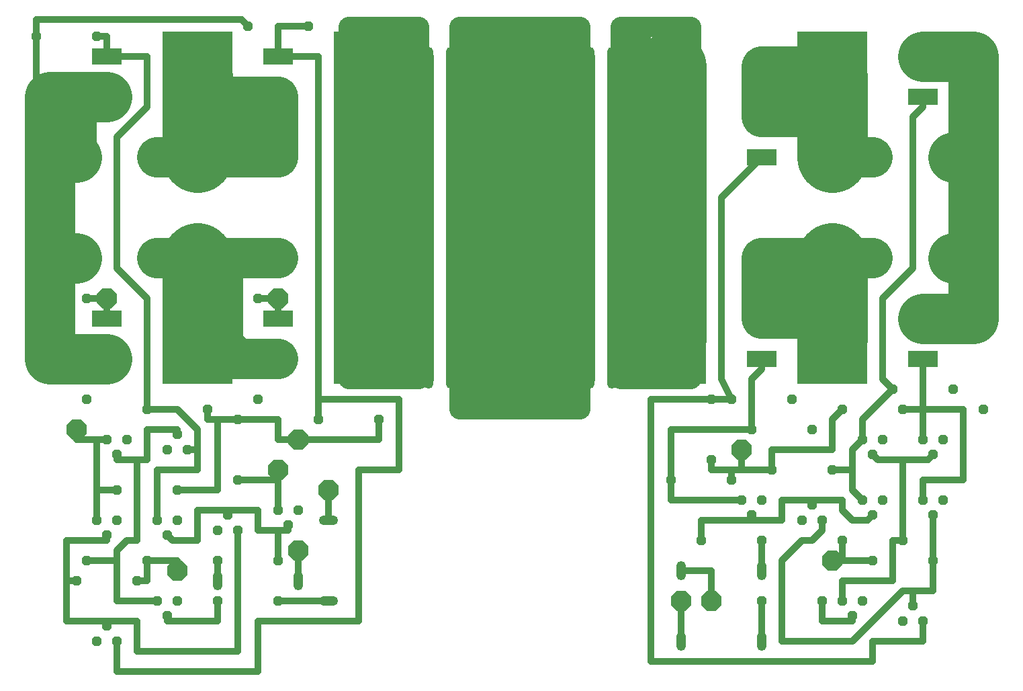
<source format=gbr>
G04 EasyPC Gerber Version 20.0.2 Build 4112 *
%FSLAX24Y24*%
%MOIN*%
%AMT13*0 Octagon Pad at angle 0*4,1,8,-0.00994,-0.02400,0.00994,-0.02400,0.02400,-0.00994,0.02400,0.00994,0.00994,0.02400,-0.00994,0.02400,-0.02400,0.00994,-0.02400,-0.00994,-0.00994,-0.02400,0*%
%ADD13T13*%
%AMT15*0 Octagon Pad at angle 0*4,1,8,-0.02071,-0.05000,0.02071,-0.05000,0.05000,-0.02071,0.05000,0.02071,0.02071,0.05000,-0.02071,0.05000,-0.05000,0.02071,-0.05000,-0.02071,-0.02071,-0.05000,0*%
%ADD15T15*%
%AMT16*0 Octagon Pad at angle 0*4,1,8,-0.03107,-0.07500,0.03107,-0.07500,0.07500,-0.03107,0.07500,0.03107,0.03107,0.07500,-0.03107,0.07500,-0.07500,0.03107,-0.07500,-0.03107,-0.03107,-0.07500,0*%
%ADD16T16*%
%AMT14*0 Octagon Pad at angle 0*4,1,8,-0.03396,-0.08200,0.03396,-0.08200,0.08200,-0.03396,0.08200,0.03396,0.03396,0.08200,-0.03396,0.08200,-0.08200,0.03396,-0.08200,-0.03396,-0.03396,-0.08200,0*%
%ADD14T14*%
%ADD10O,0.04800X0.09600*%
%ADD17O,0.09600X0.04800*%
%ADD11R,0.15000X0.08200*%
%ADD12R,0.35000X0.45000*%
%ADD18C,0.03200*%
%ADD20C,0.05000*%
%ADD21C,0.10000*%
%ADD70C,0.20000*%
%ADD71C,0.25000*%
%ADD19C,0.35000*%
X0Y0D02*
D02*
D10*
X3500Y26500D03*
Y31500D03*
X7500Y26500D03*
Y31500D03*
X10500Y10500D03*
X13500Y26500D03*
Y31500D03*
X14500Y10500D03*
X17500Y26500D03*
Y31500D03*
X20950Y20500D03*
Y24500D03*
Y28500D03*
Y32500D03*
Y36500D03*
X22050Y20500D03*
Y24500D03*
Y28500D03*
Y32500D03*
Y36500D03*
X28950Y20500D03*
Y24500D03*
Y28500D03*
Y32500D03*
Y36500D03*
X30050Y20500D03*
Y24500D03*
Y28500D03*
Y32500D03*
Y36500D03*
X33500Y7500D03*
Y11000D03*
Y26500D03*
Y36000D03*
X37500Y7500D03*
Y11000D03*
Y26500D03*
Y36000D03*
X43000Y26500D03*
Y31500D03*
X47000Y26500D03*
Y31500D03*
D02*
D11*
X5000Y21500D03*
Y23500D03*
Y34500D03*
Y36500D03*
X13500Y21500D03*
Y23500D03*
Y34500D03*
Y36500D03*
X37500Y21500D03*
Y23500D03*
Y31500D03*
Y33500D03*
X45500Y21500D03*
Y23500D03*
Y34500D03*
Y36500D03*
D02*
D12*
X9500Y22500D03*
Y35500D03*
X18000Y22500D03*
Y35500D03*
X33000Y22500D03*
Y32500D03*
X41000Y22500D03*
Y35500D03*
D02*
D13*
X1500Y37500D03*
X3500Y10500D03*
X4000Y11500D03*
Y19500D03*
Y24500D03*
X4500Y7500D03*
Y13500D03*
Y37500D03*
X5000Y8250D03*
Y12750D03*
Y17500D03*
X5500Y7500D03*
Y13500D03*
Y15000D03*
Y16750D03*
X6000Y17500D03*
X6500Y10500D03*
X7000Y11500D03*
Y19000D03*
X7500Y9500D03*
Y13500D03*
X8000Y8750D03*
Y12750D03*
Y17000D03*
X8500Y9500D03*
Y13500D03*
Y15000D03*
Y17750D03*
X9000Y17000D03*
X10000Y19000D03*
X10500Y9500D03*
Y11500D03*
Y13000D03*
X11000Y13750D03*
X11500Y13000D03*
Y15500D03*
Y18500D03*
X12000Y38000D03*
X12500Y19500D03*
Y24500D03*
X13500Y9500D03*
Y11500D03*
Y14000D03*
X14000Y13250D03*
X14500Y14000D03*
X15000Y38000D03*
X15500Y18500D03*
X18500D03*
X33000Y15500D03*
X34500Y12500D03*
X35000Y16500D03*
Y19500D03*
X36000Y15500D03*
Y19500D03*
X36500Y14500D03*
X37000Y13750D03*
Y18000D03*
X37500Y9500D03*
Y12500D03*
Y14500D03*
X38000Y16000D03*
X39000Y19500D03*
X39500Y13500D03*
X40000Y14250D03*
Y18000D03*
X40500Y9500D03*
Y13500D03*
X41000Y16000D03*
X41500Y9500D03*
Y12500D03*
Y19000D03*
X42000Y8750D03*
X42500Y9500D03*
Y14500D03*
Y17500D03*
X43000Y11500D03*
Y13750D03*
Y16750D03*
X43500Y14500D03*
Y17500D03*
X44000Y20000D03*
X44500Y8500D03*
Y12500D03*
Y19000D03*
X45000Y9250D03*
X45500Y8500D03*
Y14500D03*
Y17500D03*
Y19000D03*
X46000Y11500D03*
Y13750D03*
Y16750D03*
X46500Y14500D03*
Y17500D03*
X47000Y20000D03*
X48500Y19000D03*
D02*
D14*
X9500Y26500D03*
Y31500D03*
X41000Y26500D03*
Y31500D03*
D02*
D15*
X3500Y18000D03*
X5000Y24500D03*
X8500Y11000D03*
X13500Y16000D03*
Y24500D03*
X14500Y12000D03*
Y17500D03*
X16000Y15000D03*
X33500Y9500D03*
X35000D03*
X36500Y17000D03*
X41000Y11500D03*
D02*
D16*
X2000Y23500D03*
Y33000D03*
X24000Y23000D03*
Y34500D03*
X27000Y23000D03*
Y34500D03*
X48000Y25000D03*
Y34500D03*
D02*
D17*
X16000Y9500D03*
Y13500D03*
D02*
D18*
X1500Y37500D02*
Y34500D01*
X2150*
X3500Y10500D02*
X3000D01*
X3500Y18000D02*
Y17500D01*
X4500*
X4000Y11500D02*
X5500D01*
X4000Y24500D02*
X5000D01*
X4500Y13500D02*
Y15000D01*
Y17500*
X5000*
X4500Y37500D02*
X5000D01*
Y36500*
X7000*
Y34000*
X5500Y32500*
Y26000*
X7000Y24500*
Y19000*
X5000Y8500D02*
Y8250D01*
Y8500D02*
X3000D01*
Y10500*
X5000Y12750D02*
Y12500D01*
X3000*
Y10500*
X5000Y24500D02*
Y23500D01*
X5500Y7500D02*
Y6000D01*
X12500*
Y8500*
X17500*
Y16000*
X19500*
Y19500*
X15500*
X5500Y11500D02*
Y12000D01*
X6000Y12500*
X6500*
Y16500*
X5500Y15000D02*
X4500D01*
X5500Y16750D02*
Y16500D01*
X6500*
Y10500D02*
X7000D01*
Y11500*
X8500*
Y11000*
X7500Y9500D02*
X5500D01*
Y11500*
X7500Y13500D02*
Y16000D01*
X9500*
Y17000*
X8000Y12750D02*
X8250Y12500D01*
X9500*
Y14000*
X11000*
X8500Y15000D02*
X10500D01*
Y18500*
X8500Y17750D02*
Y18000D01*
X7000*
Y16500*
X6500*
X9000Y17000D02*
X9500D01*
Y18000*
X8500Y19000*
X7000*
X10500Y9500D02*
Y8500D01*
X8000*
Y8750*
X10500Y11500D02*
Y10500D01*
Y18500D02*
X12000D01*
X12000Y18500*
X10500Y18500D02*
X10000D01*
Y19000*
X11000Y14000D02*
Y13750D01*
Y14000D02*
X12500D01*
Y13000*
X13500*
X11500Y15500D02*
X13500D01*
X11500Y13000D02*
Y7000D01*
X6500*
Y8500*
X5000*
X12000Y18500D02*
X12000D01*
Y38000D02*
X11690Y38310D01*
X1500*
Y37500*
X12500Y24500D02*
X13500D01*
Y11500D02*
Y13000D01*
X14000*
Y13250*
X13500Y15500D02*
Y14000D01*
Y16000D02*
Y15500D01*
Y24500D02*
Y23500D01*
X14500Y10500D02*
Y12000D01*
Y17500D02*
X13500D01*
Y18500*
X13500Y18500*
X12000*
X14500Y17500D02*
X18500D01*
Y18500*
X15000Y38000D02*
X13500D01*
Y36500*
X15500*
Y19500*
Y18500D02*
Y19500D01*
X16000Y9500D02*
X13500D01*
X16000Y15000D02*
Y13500D01*
X33500Y9500D02*
Y7500D01*
Y11000D02*
X35000D01*
Y9500*
Y16500D02*
Y16000D01*
X36000*
X35000Y19500D02*
X36000D01*
Y15500D02*
Y16000D01*
X36500*
X36000Y19500D02*
Y19500D01*
X36500Y16000D02*
X38000D01*
X36500Y17000D02*
Y16000D01*
X37000Y13500D02*
X34500D01*
Y12500*
X37000Y13500D02*
X38500D01*
Y14500*
X40000*
X37000Y13750D02*
Y13500D01*
Y18000D02*
Y20500D01*
X37500Y21000*
Y21500*
X37000Y18000D02*
X33000D01*
Y14500*
X36500*
X37500Y9500D02*
Y7500D01*
Y12500D02*
Y11000D01*
Y31500D02*
X35500Y29500D01*
Y20500*
X36000Y19500*
X40000Y14250D02*
Y14500D01*
X41500*
Y14000*
X42000Y13500*
X42750*
X43000Y13750*
X40500Y9500D02*
Y8500D01*
X42000*
Y8750*
X41000Y11500D02*
X41500D01*
X41000Y16000D02*
X42000D01*
X41500Y11500D02*
X43000D01*
X41500Y12500D02*
Y11500D01*
Y19000D02*
X41000Y18500D01*
Y17000*
X38000*
Y16000*
X42000D02*
Y17000D01*
X42500Y17500*
Y14500D02*
X42000Y15000D01*
Y16000*
X43000Y16750D02*
X43250Y16500D01*
X44500*
X44000Y20000D02*
X42500Y18500D01*
Y17500*
X44500Y12500D02*
X44000D01*
Y10500*
X41500*
Y9500*
X44500Y12500D02*
Y16500D01*
Y19000D02*
X45500D01*
X45000Y9250D02*
Y10000D01*
X44500*
X42000Y7500*
X38500*
Y11500*
X39500Y12500*
X40000*
X40500Y13000*
Y13500*
X45500Y8500D02*
Y7500D01*
X43000*
Y6500*
X32000*
Y19500*
X35000*
X45500Y14500D02*
Y15500D01*
X47500*
Y19000*
X45500*
Y17500D02*
Y19000D01*
Y21500*
Y34500D02*
Y34000D01*
X45000Y33500*
Y26000*
X43500Y24500*
Y20500*
X44000Y20000*
X46000Y11500D02*
Y10000D01*
X45000*
X46000Y11500D02*
Y13750D01*
Y16750D02*
X45750Y16500D01*
X44500*
D02*
D19*
X9500Y22500D02*
Y26500D01*
Y34000D02*
Y31500D01*
Y35500D02*
Y34000D01*
X18000Y22500D02*
Y26000D01*
Y28500*
Y31500*
Y35500*
X33000Y25000D02*
Y28500D01*
Y25000D02*
Y22500D01*
Y28500D02*
Y32500D01*
Y36000*
X41000Y26500D02*
Y22500D01*
Y31500D02*
Y33500D01*
Y35500*
D02*
D70*
X3500Y31500D02*
Y33150D01*
X2150Y34500*
X7500Y26500D02*
X9500D01*
X7500Y31500D02*
X9500D01*
X11000Y22000D02*
X11500Y21500D01*
X9500*
Y22500*
X12000Y31500D02*
X9500D01*
X12000Y34500D02*
Y31500D01*
Y34500D02*
X10000D01*
X9500Y34000*
X12000Y34500D02*
X13500D01*
Y31500*
Y21500D02*
X11500D01*
X13500Y26500D02*
X11000D01*
X10000Y26000*
X9500Y26500*
X13500Y31500D02*
X12000D01*
X33500Y26500D02*
X33000Y26000D01*
Y25000*
X33500Y32500D02*
X33000D01*
X33500Y36000D02*
Y32500D01*
X37500Y25000D02*
X40500D01*
X41000Y25500*
Y26500*
X37500Y25000D02*
Y26500D01*
X41000*
X37500Y33500D02*
X38500Y34500D01*
X40500*
X41000Y34000*
Y31500*
X37500Y33500D02*
X41000D01*
X37500Y36000D02*
Y33500D01*
X41000Y22500D02*
X40000Y23500D01*
X37500*
Y25000*
X41000Y26500D02*
X43000D01*
X41000Y31500D02*
X43000D01*
X41000Y35500D02*
Y36500D01*
X40500Y36000*
X37500*
D02*
D71*
X2150Y26500D02*
Y21500D01*
X5000*
X2150Y31500D02*
Y26500D01*
Y34500D02*
Y31500D01*
X3500Y26500D02*
X2150D01*
X3500Y31500D02*
X2150D01*
X5000Y34500D02*
X2150D01*
X9500Y22500D02*
X10500Y23500D01*
Y25500*
X24000Y23000D02*
Y20500D01*
X27000*
X24000Y24500D02*
Y23000D01*
Y34500D02*
Y37000D01*
Y34500D02*
X25500D01*
X24000D02*
Y24500D01*
Y37000D02*
X27000D01*
X25500Y23000D02*
X24000D01*
X25500Y28500D02*
Y23000D01*
Y32500D02*
Y28500D01*
Y34500D02*
Y32500D01*
Y34500D02*
X27000D01*
Y20500D02*
Y23000D01*
X25500*
X27000Y24500D02*
Y23000D01*
Y28500D02*
Y24500D01*
Y32500D02*
Y28500D01*
Y34500D02*
Y32500D01*
Y37000D02*
Y34500D01*
X47000Y26500D02*
X48000D01*
X47000Y31500D02*
X48000D01*
Y26500D02*
Y23500D01*
X45500*
X48000Y31500D02*
Y26500D01*
Y31500D02*
Y36500D01*
X45500*
D02*
D20*
X11500Y21500D02*
Y24000D01*
X20000Y20500D02*
X19000D01*
X18000Y21500*
Y22500*
X20000Y24500D02*
X18500D01*
X17500Y25500*
Y26500*
X20000Y28500D02*
X18000D01*
X20000Y32500D02*
X19000D01*
X18000Y31500*
X20000Y36500D02*
X18000D01*
Y35500*
X20500Y20500D02*
X20000D01*
X20500Y24500D02*
X20000D01*
X20500Y28500D02*
X20000D01*
X20500Y32500D02*
X20000D01*
X20500Y36500D02*
X20000D01*
X20950Y20500D02*
X20500D01*
X20950D02*
Y24500D01*
X20500*
X20950Y28500D02*
X20500D01*
X20950D02*
Y24500D01*
Y32500D02*
X20500D01*
X20950D02*
Y36500D01*
Y32500D02*
Y28500D01*
Y36500D02*
X20500D01*
X22050Y20500D02*
X22500D01*
X22050Y24500D02*
X22500D01*
X22050D02*
Y20500D01*
Y28500D02*
X22500D01*
X22050D02*
Y24500D01*
Y28500D02*
Y32500D01*
X22500*
X22050Y36500D02*
X22500D01*
X22050D02*
Y32500D01*
X22500Y20500D02*
X23000D01*
X22500Y24500D02*
X24000D01*
X22500Y28500D02*
X25500D01*
X22500Y32500D02*
X25500D01*
X22500Y36500D02*
X23500D01*
X24000Y37000*
X28500Y20500D02*
X27000D01*
X28500Y24500D02*
X27000D01*
X28500Y28500D02*
X27000D01*
X28500Y32500D02*
X27000D01*
X28500Y36500D02*
X27500D01*
X27000Y37000*
X28950Y20500D02*
X28500D01*
X28950D02*
Y24500D01*
X28500*
X28950D02*
Y28500D01*
X28500*
X28950D02*
Y32500D01*
X28500*
X28950Y36500D02*
X28500D01*
X28950D02*
Y32500D01*
X30050Y20500D02*
X30500D01*
X30050D02*
Y24500D01*
X30500*
X30050Y28500D02*
X30500D01*
X30050D02*
Y24500D01*
Y28500D02*
Y32500D01*
X30500*
X30050Y36500D02*
X30500D01*
X30050D02*
Y32500D01*
X30500Y24500D02*
X31000D01*
X30500Y28500D02*
X31000D01*
X30500Y32500D02*
X31000D01*
X30500Y36500D02*
X31000D01*
Y24500D02*
X32500D01*
X33000Y25000*
X31000Y28500D02*
X33000D01*
X31000Y32500D02*
X33500D01*
X31000Y36500D02*
X31500D01*
X33000*
X33500Y36000*
X33000Y22500D02*
Y20500D01*
X31000*
D02*
D21*
X17500Y26500D02*
X18000Y26000D01*
X17500Y31500D02*
X18000D01*
Y35500D02*
X17000Y36500D01*
Y37970*
X20000*
X19000Y22500D02*
X18000D01*
X20000Y20500D02*
Y24500D01*
Y28500D02*
Y24500D01*
Y32500D02*
Y28500D01*
Y36500D02*
Y32500D01*
Y36500D02*
Y37970D01*
X20500*
Y36500*
Y20500D02*
X17000D01*
Y22500*
X18000*
X20500Y24500D02*
Y20500D01*
Y28500D02*
Y24500D01*
Y32500D02*
Y28500D01*
Y36500D02*
Y32500D01*
X22500Y19500D02*
Y19000D01*
X28500*
Y19500*
X22500D02*
X28500D01*
X22500Y20500D02*
Y19500D01*
Y20500D02*
Y24500D01*
Y28500D02*
Y24500D01*
Y32500D02*
Y28500D01*
Y36500D02*
Y37970D01*
X28500*
Y36500*
X22500D02*
Y32500D01*
X28500Y19500D02*
Y20500D01*
Y24500*
Y28500D02*
Y24500D01*
Y32500D02*
Y28500D01*
Y36500D02*
Y32500D01*
X30500Y20500D02*
X31000D01*
X30500Y24500D02*
Y28500D01*
Y24500D02*
Y20500D01*
Y32500D02*
Y28500D01*
Y36500D02*
Y32500D01*
Y36500D02*
Y37970D01*
X31000*
Y20500D02*
X34000D01*
X31000Y24500D02*
Y20500D01*
Y28500D02*
Y32500D01*
Y28500D02*
Y24500D01*
Y36500D02*
Y32500D01*
Y36500D02*
Y37970D01*
X31500D02*
Y36500D01*
Y37970D02*
X31000D01*
X33000Y36000D02*
X34000Y37000D01*
Y37970*
X31500*
X33500Y28500D02*
Y26500D01*
X0Y0D02*
M02*

</source>
